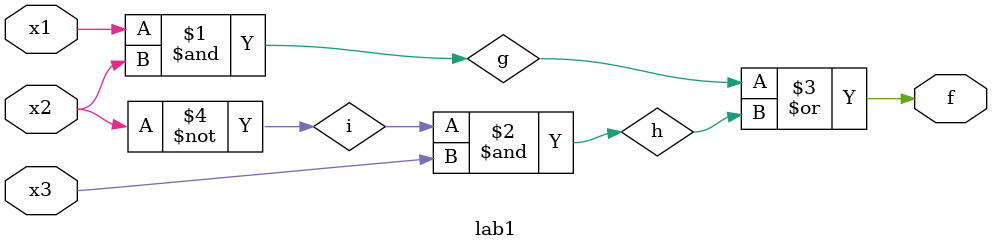
<source format=v>
module lab1(x1,x2,x3,f);
input x1,x2,x3;
output f;
and(g,x1,x2);
not(i,x2);
and(h,i,x3);
or(f,g,h);
endmodule


</source>
